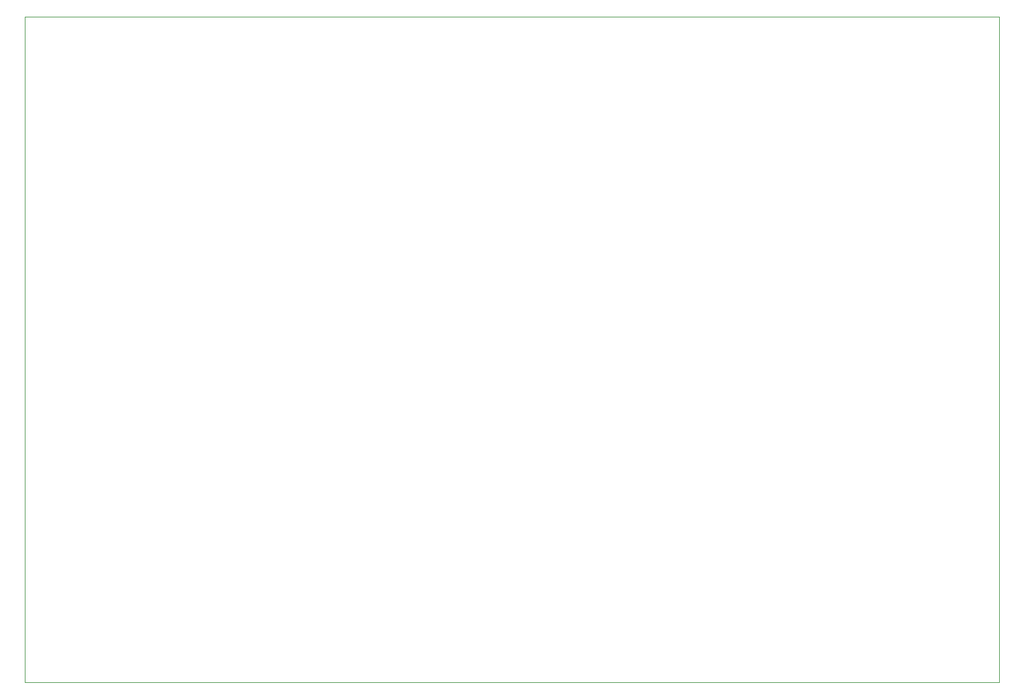
<source format=gbr>
%TF.GenerationSoftware,KiCad,Pcbnew,(7.0.0-0)*%
%TF.CreationDate,2023-04-28T06:51:24+02:00*%
%TF.ProjectId,omniscope,6f6d6e69-7363-46f7-9065-2e6b69636164,rev?*%
%TF.SameCoordinates,Original*%
%TF.FileFunction,Profile,NP*%
%FSLAX46Y46*%
G04 Gerber Fmt 4.6, Leading zero omitted, Abs format (unit mm)*
G04 Created by KiCad (PCBNEW (7.0.0-0)) date 2023-04-28 06:51:24*
%MOMM*%
%LPD*%
G01*
G04 APERTURE LIST*
%TA.AperFunction,Profile*%
%ADD10C,0.100000*%
%TD*%
G04 APERTURE END LIST*
D10*
X143154400Y-100685600D02*
X10312400Y-100685600D01*
X10312400Y-9855200D01*
X143154400Y-9855200D01*
X143154400Y-100685600D01*
M02*

</source>
